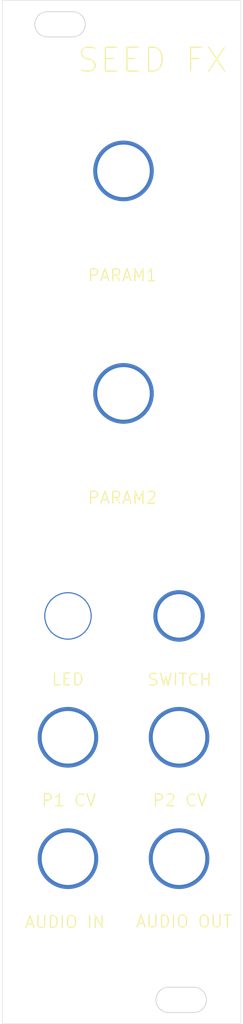
<source format=kicad_pcb>
(kicad_pcb (version 20240108) (generator "pcbnew") (generator_version "8.0")
  (layers (0 "F.Cu" signal) (31 "B.Cu" signal) (34 "B.Paste" user) (35 "F.Paste" user) (36 "B.SilkS" user "B.Silkscreen") (37 "F.SilkS" user "F.Silkscreen") (38 "B.Mask" user) (39 "F.Mask" user) (44 "Edge.Cuts" user))
  (net 0 "")
  (footprint "PCM_4ms_Faceplate:Faceplate_Hole_SubMini_Toggle_HoleSize5.5mm" (layer "F.Cu") (at 134.225 102.69)
    (property "Reference" "REF**" (hide yes))
    (property "Value" "Faceplate_Hole_SubMini_Toggle_HoleSize5.5mm" (hide yes))
    (pad "1" thru_hole circle (at 0 0) (size 6.469 6.469) (drill 5.453) (layers "*.Cu" "*.Mask"))
  )
  (footprint "PCM_4ms_Faceplate:Faceplate_Hole_LED_Button_5.4mm_With_Mask_Opening" (layer "F.Cu") (at 120.256981 102.69)
    (property "Reference" "REF**" (hide yes))
    (property "Value" "Faceplate_Hole_LED_Button_5.4mm_With_Mask_Opening" (hide yes))
    (pad "1" thru_hole circle (at 0 0) (size 5.969 5.969) (drill 5.6642) (layers "*.Cu" "*.Mask"))
  )
  (footprint "" (layer "F.Cu") (at 134.225 117.93)
    (property "Reference" "" (at 0 0 0) (layer "F.SilkS") (effects (font (size 1.27 1.27))))
    (property "Value" "")
    (pad "1" thru_hole circle (at 0 0) (size 7.62 7.62) (drill 6.604) (layers "*.Cu" "*.Mask"))
  )
  (footprint "" (layer "F.Cu") (at 120.255 133.17)
    (property "Reference" "" (at 0 0 0) (layer "F.SilkS") (effects (font (size 1.27 1.27))))
    (property "Value" "")
    (pad "1" thru_hole circle (at 0 0) (size 7.62 7.62) (drill 6.604) (layers "*.Cu" "*.Mask"))
  )
  (footprint "" (layer "F.Cu") (at 120.251981 117.93)
    (property "Reference" "" (at 0 0 0) (layer "F.SilkS") (effects (font (size 1.27 1.27))))
    (property "Value" "")
    (pad "1" thru_hole circle (at 0 0) (size 7.62 7.62) (drill 6.604) (layers "*.Cu" "*.Mask"))
  )
  (footprint "" (layer "F.Cu") (at 134.225 133.17)
    (property "Reference" "" (at 0 0 0) (layer "F.SilkS") (effects (font (size 1.27 1.27))))
    (property "Value" "")
    (pad "1" thru_hole circle (at 0 0) (size 7.62 7.62) (drill 6.604) (layers "*.Cu" "*.Mask"))
  )
  (footprint "PCM_4ms_Faceplate:Faceplate_Rail_Mount_Slot" (layer "F.Cu") (at 119.26 28.4)
    (property "Reference" "REF**" (hide yes))
    (property "Value" "Rail_mount_slot" (hide yes))
    (fp_line (start -1.5875 -1.5875) (end 1.5875 -1.5875) (stroke (width 0.1)) (layer "Edge.Cuts"))
    (fp_line (start -1.5875 1.5875) (end 1.5875 1.5875) (stroke (width 0.1)) (layer "Edge.Cuts"))
    (fp_arc (start -1.5875 1.5875) (mid -3.175 0) (end -1.5875 -1.5875) (stroke (width 0.1)) (layer "Edge.Cuts"))
    (fp_arc (start 1.5875 -1.5875) (mid 3.175 0) (end 1.5875 1.5875) (stroke (width 0.1)) (layer "Edge.Cuts"))
  )
  (footprint "PCM_4ms_Faceplate:Faceplate_Rail_Mount_Slot" (layer "F.Cu") (at 134.5 150.9)
    (property "Reference" "REF**" (hide yes))
    (property "Value" "Rail_mount_slot" (hide yes))
    (fp_line (start -1.5875 -1.5875) (end 1.5875 -1.5875) (stroke (width 0.1)) (layer "Edge.Cuts"))
    (fp_line (start -1.5875 1.5875) (end 1.5875 1.5875) (stroke (width 0.1)) (layer "Edge.Cuts"))
    (fp_arc (start -1.5875 1.5875) (mid -3.175 0) (end -1.5875 -1.5875) (stroke (width 0.1)) (layer "Edge.Cuts"))
    (fp_arc (start 1.5875 -1.5875) (mid 3.175 0) (end 1.5875 1.5875) (stroke (width 0.1)) (layer "Edge.Cuts"))
  )
  (footprint "PCM_4ms_Faceplate:Faceplate_Hole_Jack_3.5mm" (layer "F.Cu") (at 127.24 46.81)
    (property "Reference" "REF**" (hide yes))
    (property "Value" "GND" (hide yes))
    (pad "1" thru_hole circle (at 0 0) (size 7.62 7.62) (drill 6.604) (layers "*.Cu" "*.Mask"))
  )
  (footprint "" (layer "F.Cu") (at 127.24 74.75)
    (property "Reference" "" (at 0 0 0) (layer "F.SilkS") (effects (font (size 1.27 1.27))))
    (property "Value" "")
    (pad "1" thru_hole circle (at 0 0) (size 7.62 7.62) (drill 6.604) (layers "*.Cu" "*.Mask"))
  )
  (gr_rect (start 112 25.4) (end 142 153.9) (stroke (width 0.05)) (fill none) (layer "Edge.Cuts"))
  (gr_text "P2 CV" (at 130.81 126.720918 0) (layer "F.SilkS") (effects (font (size 1.5 1.5) (thickness 0.15) (bold yes)) (justify left bottom)))
  (gr_text "P1 CV" (at 116.84 126.72171 0) (layer "F.SilkS") (effects (font (size 1.5 1.5) (thickness 0.15) (bold yes)) (justify left bottom)))
  (gr_text "AUDIO IN" (at 114.733999 141.99977 0) (layer "F.SilkS") (effects (font (size 1.5 1.5) (thickness 0.15) (bold yes)) (justify left bottom)))
  (gr_text "LED" (at 118.11 111.5414 0) (layer "F.SilkS") (effects (font (size 1.5 1.5) (thickness 0.15) (bold yes)) (justify left bottom)))
  (gr_text "PARAM1" (at 122.6566 60.78 0) (layer "F.SilkS") (effects (font (size 1.5 1.5)) (justify left bottom)))
  (gr_text "SEED FX" (at 140.4874 34.647 0) (layer "F.SilkS") (effects (font (size 3 3)) (justify right bottom)))
  (gr_text "PARAM2" (at 122.6566 88.72 0) (layer "F.SilkS") (effects (font (size 1.5 1.5)) (justify left bottom)))
  (gr_text "SWITCH" (at 130.175 111.58 0) (layer "F.SilkS") (effects (font (size 1.5 1.5) (thickness 0.15) (bold yes)) (justify left bottom)))
  (gr_text "AUDIO OUT" (at 128.707909 141.931501 0) (layer "F.SilkS") (effects (font (size 1.5 1.5) (thickness 0.15) (bold yes)) (justify left bottom)))
)
</source>
